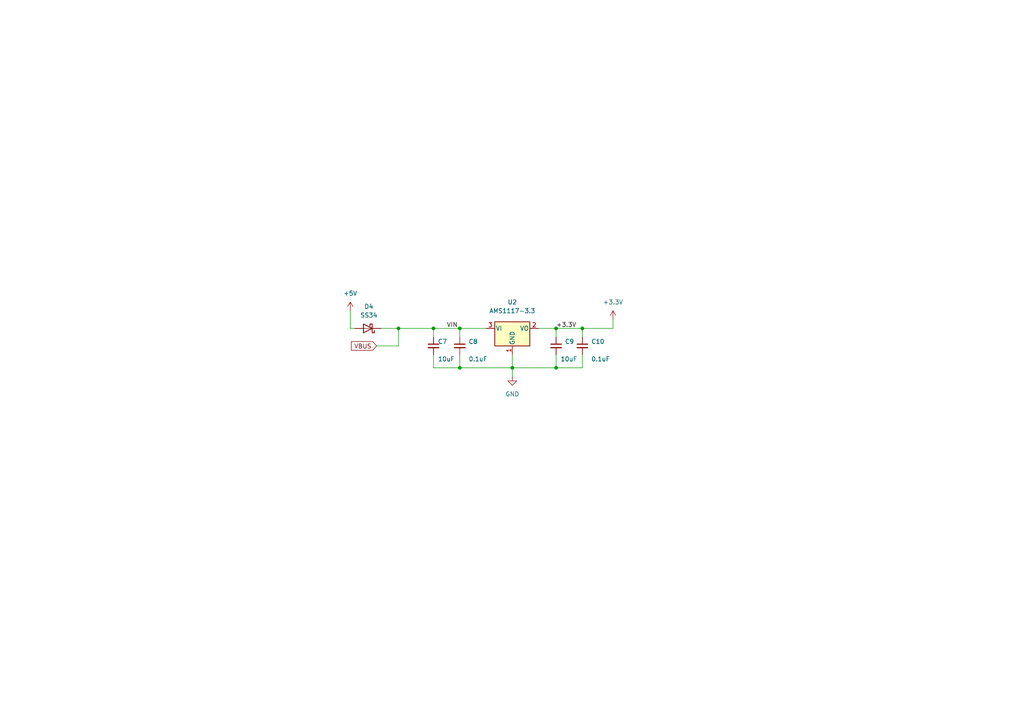
<source format=kicad_sch>
(kicad_sch (version 20211123) (generator eeschema)
  (paper "A4")
  (lib_symbols
    (symbol "Device:C_Small" (pin_numbers hide) (pin_names (offset 0.254) hide)
      (property "Reference" "C" (at 0.254 1.778 0))
      (property "Value" "C_Small" (at 0.254 -2.032 0))
      (symbol "C_Small_0_1"
        (polyline (pts (xy -1.524 -0.508) (xy 1.524 -0.508)) (stroke (width 0.3302)))
        (polyline (pts (xy -1.524 0.508) (xy 1.524 0.508)) (stroke (width 0.3048)))
      )
      (symbol "C_Small_1_1"
        (pin passive line (at 0 2.54 270) (length 2.032) (name "~") (number "1"))
        (pin passive line (at 0 -2.54 90) (length 2.032) (name "~") (number "2"))
      )
    )
    (symbol "Device:D_Schottky" (pin_numbers hide) (pin_names (offset 1.016) hide)
      (property "Reference" "D" (at 0 2.54 0))
      (property "Value" "D_Schottky" (at 0 -2.54 0))
      (symbol "D_Schottky_0_1"
        (polyline (pts (xy 1.27 0) (xy -1.27 0)))
        (polyline (pts (xy 1.27 1.27) (xy 1.27 -1.27) (xy -1.27 0) (xy 1.27 1.27)) (stroke (width 0.254)))
        (polyline (pts (xy -1.905 0.635) (xy -1.905 1.27) (xy -1.27 1.27) (xy -1.27 -1.27) (xy -0.635 -1.27) (xy -0.635 -0.635)) (stroke (width 0.254)))
      )
      (symbol "D_Schottky_1_1"
        (pin passive line (at -3.81 0 0) (length 2.54) (name "K") (number "1"))
        (pin passive line (at 3.81 0 180) (length 2.54) (name "A") (number "2"))
      )
    )
    (symbol "Regulator_Linear:AMS1117-3.3" (pin_names (offset 0.254))
      (property "Reference" "U" (at -3.81 3.175 0))
      (property "Value" "AMS1117-3.3" (at 0 3.175 0))
      (symbol "AMS1117-3.3_0_1"
        (rectangle (start -5.08 -5.08) (end 5.08 1.905) (stroke (width 0.254)) (fill (type background)))
      )
      (symbol "AMS1117-3.3_1_1"
        (pin power_in line (at 0 -7.62 90) (length 2.54) (name "GND") (number "1"))
        (pin power_out line (at 7.62 0 180) (length 2.54) (name "VO") (number "2"))
        (pin power_in line (at -7.62 0 0) (length 2.54) (name "VI") (number "3"))
      )
    )
    (symbol "power:+3.3V" (power) (pin_names (offset 0))
      (property "Value" "+3.3V" (at 0 3.556 0))
      (symbol "+3.3V_0_1"
        (polyline (pts (xy -0.762 1.27) (xy 0 2.54)))
        (polyline (pts (xy 0 0) (xy 0 2.54)))
        (polyline (pts (xy 0 2.54) (xy 0.762 1.27)))
      )
      (symbol "+3.3V_1_1"
        (pin power_in line (at 0 0 90) (length 0) hide (name "+3.3V") (number "1"))
      )
    )
    (symbol "power:+5V" (power) (pin_names (offset 0))
      (property "Value" "+5V" (at 0 3.556 0))
      (symbol "+5V_0_1"
        (polyline (pts (xy -0.762 1.27) (xy 0 2.54)))
        (polyline (pts (xy 0 0) (xy 0 2.54)))
        (polyline (pts (xy 0 2.54) (xy 0.762 1.27)))
      )
      (symbol "+5V_1_1"
        (pin power_in line (at 0 0 90) (length 0) hide (name "+5V") (number "1"))
      )
    )
    (symbol "power:GND" (power) (pin_names (offset 0))
      (property "Value" "GND" (at 0 -3.81 0))
      (symbol "GND_0_1"
        (polyline (pts (xy 0 0) (xy 0 -1.27) (xy 1.27 -1.27) (xy 0 -2.54) (xy -1.27 -1.27) (xy 0 -1.27)))
      )
      (symbol "GND_1_1"
        (pin power_in line (at 0 0 270) (length 0) hide (name "GND") (number "1"))
      )
    )
  )
  (junction (at 133.35 106.68))
  (junction (at 115.57 95.25))
  (junction (at 161.29 106.68))
  (junction (at 161.29 95.25))
  (junction (at 168.91 95.25))
  (junction (at 148.59 106.68))
  (junction (at 125.73 95.25))
  (junction (at 133.35 95.25))
  (wire (pts (xy 125.73 106.68) (xy 133.35 106.68)))
  (wire (pts (xy 115.57 95.25) (xy 125.73 95.25)))
  (wire (pts (xy 101.6 90.17) (xy 101.6 95.25)))
  (wire (pts (xy 156.21 95.25) (xy 161.29 95.25)))
  (wire (pts (xy 125.73 102.87) (xy 125.73 106.68)))
  (wire (pts (xy 168.91 106.68) (xy 168.91 102.87)))
  (wire (pts (xy 161.29 106.68) (xy 168.91 106.68)))
  (wire (pts (xy 168.91 95.25) (xy 161.29 95.25)))
  (wire (pts (xy 133.35 97.79) (xy 133.35 95.25)))
  (wire (pts (xy 177.8 92.71) (xy 177.8 95.25)))
  (wire (pts (xy 148.59 102.87) (xy 148.59 106.68)))
  (wire (pts (xy 125.73 97.79) (xy 125.73 95.25)))
  (wire (pts (xy 161.29 102.87) (xy 161.29 106.68)))
  (wire (pts (xy 148.59 106.68) (xy 148.59 109.22)))
  (wire (pts (xy 168.91 97.79) (xy 168.91 95.25)))
  (wire (pts (xy 133.35 102.87) (xy 133.35 106.68)))
  (wire (pts (xy 133.35 95.25) (xy 140.97 95.25)))
  (wire (pts (xy 177.8 95.25) (xy 168.91 95.25)))
  (wire (pts (xy 110.49 95.25) (xy 115.57 95.25)))
  (wire (pts (xy 148.59 106.68) (xy 161.29 106.68)))
  (wire (pts (xy 125.73 95.25) (xy 133.35 95.25)))
  (wire (pts (xy 101.6 95.25) (xy 102.87 95.25)))
  (wire (pts (xy 161.29 95.25) (xy 161.29 97.79)))
  (wire (pts (xy 133.35 106.68) (xy 148.59 106.68)))
  (wire (pts (xy 109.22 100.33) (xy 115.57 100.33)))
  (wire (pts (xy 115.57 100.33) (xy 115.57 95.25)))
  (label "VIN" (at 129.54 95.25 0))
  (label "+3.3V" (at 161.29 95.25 0))
  (global_label "VBUS" (shape input) (at 109.22 100.33 180) (property "Intersheet References" "${INTERSHEET_REFS}" (effects hide)))
  (symbol (lib_id "Device:C_Small") (at 125.73 100.33 0) (unit 1)
    (property "Reference" "C7" (at 127 99.06 0) (effects (justify left)))
    (property "Value" "10uF" (at 127 104.14 0) (effects (justify left)))
    (property "Footprint" "Capacitor_SMD:C_0603_1608Metric" (effects hide))
  )
  (symbol (lib_id "Device:C_Small") (at 133.35 100.33 0) (unit 1)
    (property "Reference" "C8" (at 135.89 99.0662 0) (effects (justify left)))
    (property "Value" "0.1uF" (at 135.89 104.14 0) (effects (justify left)))
    (property "Footprint" "Capacitor_SMD:C_0603_1608Metric" (effects hide))
  )
  (symbol (lib_id "power:+5V") (at 101.6 90.17 0) (unit 1)
    (property "Reference" "#PWR012" (effects hide))
    (property "Value" "+5V" (at 101.6 85.09 0))
  )
  (symbol (lib_id "Device:D_Schottky") (at 106.68 95.25 180) (unit 1)
    (property "Reference" "D4" (at 106.9975 88.9 0))
    (property "Value" "SS34" (at 106.9975 91.44 0))
    (property "Footprint" "Diode_SMD:D_SMA" (effects hide))
  )
  (symbol (lib_id "power:GND") (at 148.59 109.22 0) (unit 1)
    (property "Reference" "#PWR013" (effects hide))
    (property "Value" "GND" (at 148.59 114.3 0))
  )
  (symbol (lib_id "Regulator_Linear:AMS1117-3.3") (at 148.59 95.25 0) (unit 1)
    (property "Reference" "U2" (at 148.59 87.63 0))
    (property "Value" "AMS1117-3.3" (at 148.59 90.17 0))
    (property "Footprint" "Package_TO_SOT_SMD:SOT-223-3_TabPin2" (effects hide))
    (property "Datasheet" "http://www.advanced-monolithic.com/pdf/ds1117.pdf" (effects hide))
  )
  (symbol (lib_id "power:+3.3V") (at 177.8 92.71 0) (unit 1)
    (property "Reference" "#PWR014" (effects hide))
    (property "Value" "+3.3V" (at 177.8 87.63 0))
  )
  (symbol (lib_id "Device:C_Small") (at 168.91 100.33 0) (unit 1)
    (property "Reference" "C10" (at 171.45 99.0662 0) (effects (justify left)))
    (property "Value" "0.1uF" (at 171.45 104.14 0) (effects (justify left)))
    (property "Footprint" "Capacitor_SMD:C_0603_1608Metric" (effects hide))
  )
  (symbol (lib_id "Device:C_Small") (at 161.29 100.33 0) (unit 1)
    (property "Reference" "C9" (at 163.83 99.0662 0) (effects (justify left)))
    (property "Value" "10uF" (at 162.56 104.14 0) (effects (justify left)))
    (property "Footprint" "Capacitor_SMD:C_0603_1608Metric" (effects hide))
  )
)
</source>
